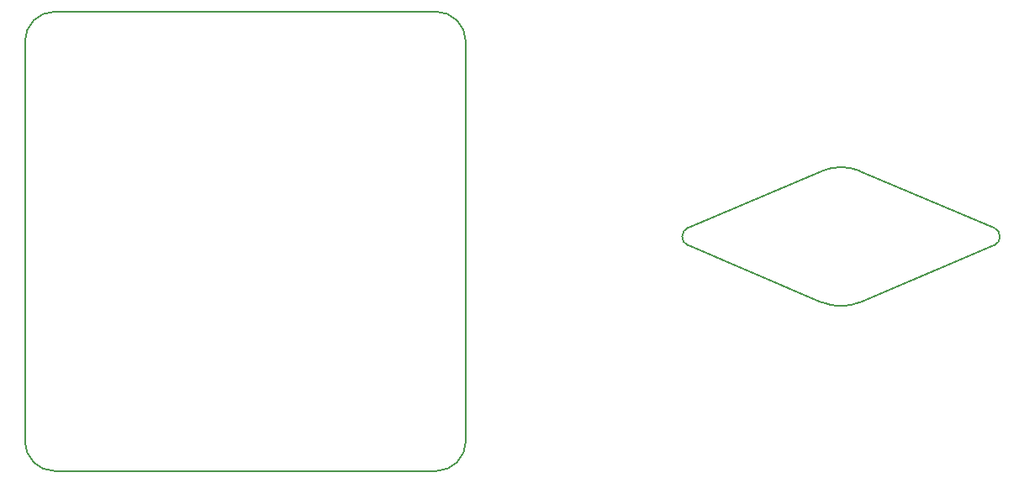
<source format=gbr>
<<<<<<< HEAD
%TF.GenerationSoftware,KiCad,Pcbnew,8.0.1*%
<<<<<<< HEAD
%TF.CreationDate,2024-03-31T21:51:30+08:00*%
=======
%TF.CreationDate,2024-05-01T16:23:51+08:00*%
>>>>>>> 3f97a153d958220e151b39468fc548032aad0f0d
=======
%TF.GenerationSoftware,KiCad,Pcbnew,8.0.2*%
%TF.CreationDate,2024-06-01T19:30:20+08:00*%
>>>>>>> eaa2527d7fae1c756caf7d441742e50d50757b73
%TF.ProjectId,encoder,656e636f-6465-4722-9e6b-696361645f70,rev?*%
%TF.SameCoordinates,Original*%
%TF.FileFunction,Profile,NP*%
%FSLAX46Y46*%
G04 Gerber Fmt 4.6, Leading zero omitted, Abs format (unit mm)*
<<<<<<< HEAD
<<<<<<< HEAD
G04 Created by KiCad (PCBNEW 8.0.1) date 2024-03-31 21:51:30*
=======
G04 Created by KiCad (PCBNEW 8.0.1) date 2024-05-01 16:23:51*
>>>>>>> 3f97a153d958220e151b39468fc548032aad0f0d
=======
G04 Created by KiCad (PCBNEW 8.0.2) date 2024-06-01 19:30:20*
>>>>>>> eaa2527d7fae1c756caf7d441742e50d50757b73
%MOMM*%
%LPD*%
G01*
G04 APERTURE LIST*
%TA.AperFunction,Profile*%
<<<<<<< HEAD
%ADD10C,0.100000*%
%TD*%
G04 APERTURE END LIST*
D10*
X118100000Y-55100000D02*
G75*
G02*
X121100000Y-52100000I3000000J0D01*
G01*
X162500000Y-95400000D02*
G75*
G02*
X159500000Y-98400000I-3000000J0D01*
G01*
X159500000Y-98400000D02*
X121100000Y-98400000D01*
X121100000Y-98400000D02*
G75*
G02*
X118100000Y-95400000I0J3000000D01*
G01*
X159500000Y-52100000D02*
G75*
G02*
X162500000Y-55100000I0J-3000000D01*
G01*
X118100000Y-95400000D02*
X118100000Y-55100000D01*
X121100000Y-52100000D02*
X159500000Y-52100000D01*
X162500000Y-55100000D02*
X162500000Y-95400000D01*
=======
%ADD10C,0.200000*%
%TD*%
G04 APERTURE END LIST*
D10*
X184900000Y-73850000D02*
X198342121Y-68165857D01*
X198342121Y-81376241D02*
X184900000Y-75692098D01*
X215678950Y-75692098D02*
X202236829Y-81376242D01*
X215678946Y-73850010D02*
G75*
G02*
X215678911Y-75692005I-389446J-920990D01*
G01*
X215678946Y-73850010D02*
X215678950Y-73850000D01*
X202236829Y-68165857D02*
X215678950Y-73850000D01*
X184900004Y-75692088D02*
X184900000Y-75692098D01*
X184900004Y-75692088D02*
G75*
G02*
X184899969Y-73849927I389496J921088D01*
G01*
X202236829Y-81376242D02*
G75*
G02*
X198342128Y-81376224I-1947329J4605142D01*
G01*
X215678946Y-75692088D02*
X215678950Y-75692098D01*
X184900004Y-73850010D02*
X184900000Y-73850000D01*
X198342121Y-68165857D02*
G75*
G02*
X202236829Y-68165857I1947354J-4605168D01*
G01*
>>>>>>> 3f97a153d958220e151b39468fc548032aad0f0d
M02*

</source>
